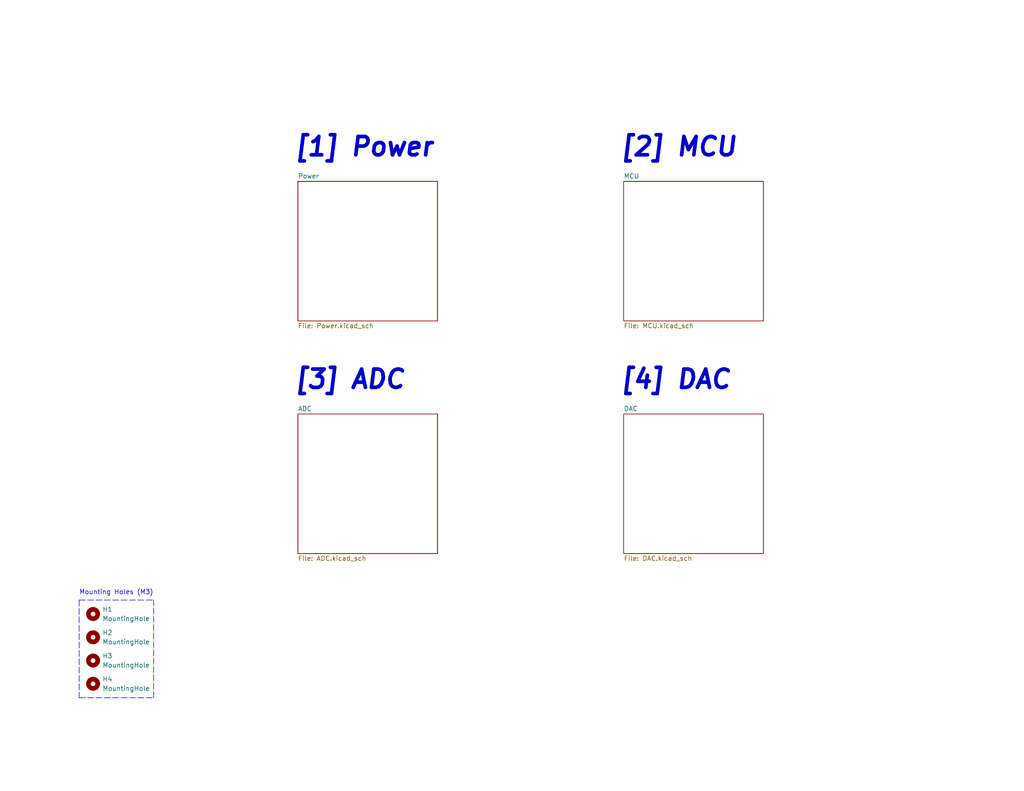
<source format=kicad_sch>
(kicad_sch (version 20211123) (generator eeschema)
  (paper "USLetter")
  (title_block (title "Mixed Signal") (date "2022-10-05") (rev "1.0") (company "Cristóbal Cuevas Lagos"))
  (lib_symbols
    (symbol "Mechanical:MountingHole" (pin_names (offset 1.016))
      (property "Reference" "H" (at 0 5.08 0))
      (property "Value" "MountingHole" (at 0 3.175 0))
      (symbol "MountingHole_0_1"
        (circle (center 0 0) (radius 1.27) (stroke (width 1.27)))
      )
    )
  )
  (polyline (pts (xy 41.91 190.5) (xy 41.91 163.83)))
  (polyline (pts (xy 21.59 163.83) (xy 21.59 190.5)))
  (polyline (pts (xy 21.59 190.5) (xy 41.91 190.5)))
  (polyline (pts (xy 21.59 163.83) (xy 41.91 163.83)))
  (text "[4] DAC" (at 168.91 106.68 0) (effects (font (size 5.0038 5.0038) (thickness 1.0008) bold italic) (justify left bottom)))
  (text "[3] ADC" (at 80.01 106.68 0) (effects (font (size 5.0038 5.0038) (thickness 1.0008) bold italic) (justify left bottom)))
  (text "Mounting Holes (M3)" (at 21.59 162.56 0) (effects (font (size 1.27 1.27)) (justify left bottom)))
  (text "[2] MCU" (at 168.91 43.18 0) (effects (font (size 5.0038 5.0038) (thickness 1.0008) bold italic) (justify left bottom)))
  (text "[1] Power" (at 80.01 43.18 0) (effects (font (size 5.0038 5.0038) (thickness 1.0008) bold italic) (justify left bottom)))
  (symbol (lib_id "Mechanical:MountingHole") (at 25.4 167.64 0) (unit 1)
    (property "Reference" "H1" (at 27.94 166.3699 0) (effects (justify left)))
    (property "Value" "MountingHole" (at 27.94 168.9099 0) (effects (justify left)))
    (property "Footprint" "MountingHole:MountingHole_3.2mm_M3" (effects hide))
  )
  (symbol (lib_id "Mechanical:MountingHole") (at 25.4 180.34 0) (unit 1)
    (property "Reference" "H3" (at 27.94 179.0699 0) (effects (justify left)))
    (property "Value" "MountingHole" (at 27.94 181.6099 0) (effects (justify left)))
    (property "Footprint" "MountingHole:MountingHole_3.2mm_M3" (effects hide))
  )
  (symbol (lib_id "Mechanical:MountingHole") (at 25.4 186.69 0) (unit 1)
    (property "Reference" "H4" (at 27.94 185.4199 0) (effects (justify left)))
    (property "Value" "MountingHole" (at 27.94 187.9599 0) (effects (justify left)))
    (property "Footprint" "MountingHole:MountingHole_3.2mm_M3" (effects hide))
  )
  (symbol (lib_id "Mechanical:MountingHole") (at 25.4 173.99 0) (unit 1)
    (property "Reference" "H2" (at 27.94 172.7199 0) (effects (justify left)))
    (property "Value" "MountingHole" (at 27.94 175.2599 0) (effects (justify left)))
    (property "Footprint" "MountingHole:MountingHole_3.2mm_M3" (effects hide))
  )
  (sheet (at 81.28 49.53) (size 38.1 38.1)
    (property "Sheet name" "Power" (at 81.28 48.8184 0) (effects (justify left bottom)))
    (property "Sheet file" "Power.kicad_sch" (at 81.28 88.2146 0) (effects (justify left top)))
  )
  (sheet (at 170.18 49.53) (size 38.1 38.1)
    (property "Sheet name" "MCU" (at 170.18 48.8184 0) (effects (justify left bottom)))
    (property "Sheet file" "MCU.kicad_sch" (at 170.18 88.2146 0) (effects (justify left top)))
  )
  (sheet (at 81.28 113.03) (size 38.1 38.1)
    (property "Sheet name" "ADC" (at 81.28 112.3184 0) (effects (justify left bottom)))
    (property "Sheet file" "ADC.kicad_sch" (at 81.28 151.7146 0) (effects (justify left top)))
  )
  (sheet (at 170.18 113.03) (size 38.1 38.1)
    (property "Sheet name" "DAC" (at 170.18 112.3184 0) (effects (justify left bottom)))
    (property "Sheet file" "DAC.kicad_sch" (at 170.18 151.7146 0) (effects (justify left top)))
  )
)
</source>
